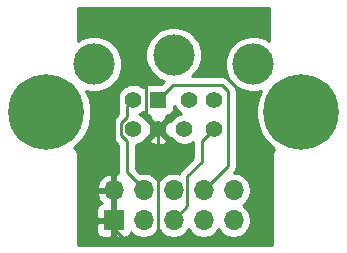
<source format=gbl>
%TF.GenerationSoftware,KiCad,Pcbnew,5.1.10-88a1d61d58~89~ubuntu20.04.1*%
%TF.CreationDate,2021-10-06T22:55:05-05:00*%
%TF.ProjectId,portboard_ribbon,706f7274-626f-4617-9264-5f726962626f,rev?*%
%TF.SameCoordinates,Original*%
%TF.FileFunction,Copper,L2,Bot*%
%TF.FilePolarity,Positive*%
%FSLAX46Y46*%
G04 Gerber Fmt 4.6, Leading zero omitted, Abs format (unit mm)*
G04 Created by KiCad (PCBNEW 5.1.10-88a1d61d58~89~ubuntu20.04.1) date 2021-10-06 22:55:05*
%MOMM*%
%LPD*%
G01*
G04 APERTURE LIST*
%TA.AperFunction,ComponentPad*%
%ADD10C,1.422400*%
%TD*%
%TA.AperFunction,ComponentPad*%
%ADD11R,1.422400X1.422400*%
%TD*%
%TA.AperFunction,ComponentPad*%
%ADD12C,3.500000*%
%TD*%
%TA.AperFunction,ComponentPad*%
%ADD13O,1.700000X1.700000*%
%TD*%
%TA.AperFunction,ComponentPad*%
%ADD14R,1.700000X1.700000*%
%TD*%
%TA.AperFunction,ComponentPad*%
%ADD15C,6.400000*%
%TD*%
%TA.AperFunction,Conductor*%
%ADD16C,0.250000*%
%TD*%
%TA.AperFunction,Conductor*%
%ADD17C,0.254000*%
%TD*%
%TA.AperFunction,Conductor*%
%ADD18C,0.150000*%
%TD*%
G04 APERTURE END LIST*
D10*
%TO.P,J2,7*%
%TO.N,/GPi*%
X67829000Y-41053000D03*
%TO.P,J2,4*%
%TO.N,GND*%
X65629000Y-41053000D03*
%TO.P,J2,6*%
%TO.N,/TXD+*%
X63529000Y-41053000D03*
%TO.P,J2,8*%
%TO.N,/RXD+*%
X70329000Y-41053000D03*
%TO.P,J2,5*%
%TO.N,/RXD-*%
X70329000Y-38553000D03*
%TO.P,J2,3*%
%TO.N,/TXD-*%
X63529000Y-38553000D03*
D11*
%TO.P,J2,1*%
%TO.N,/HSKo*%
X65629000Y-38553000D03*
D10*
%TO.P,J2,2*%
%TO.N,/HSKi*%
X68229000Y-38553000D03*
D12*
%TO.P,J2,SH2*%
%TO.N,N/C*%
X66929000Y-34753000D03*
%TO.P,J2,SH3*%
X60179000Y-35553000D03*
%TO.P,J2,SH1*%
X73679000Y-35553000D03*
%TD*%
D13*
%TO.P,J1,10*%
%TO.N,+5V*%
X72009000Y-46228000D03*
%TO.P,J1,9*%
%TO.N,/GPi*%
X72009000Y-48768000D03*
%TO.P,J1,8*%
%TO.N,/HSKo*%
X69469000Y-46228000D03*
%TO.P,J1,7*%
%TO.N,/HSKi*%
X69469000Y-48768000D03*
%TO.P,J1,6*%
%TO.N,/RXD-*%
X66929000Y-46228000D03*
%TO.P,J1,5*%
%TO.N,/RXD+*%
X66929000Y-48768000D03*
%TO.P,J1,4*%
%TO.N,/TXD-*%
X64389000Y-46228000D03*
%TO.P,J1,3*%
%TO.N,/TXD+*%
X64389000Y-48768000D03*
%TO.P,J1,2*%
%TO.N,GND*%
X61849000Y-46228000D03*
D14*
%TO.P,J1,1*%
X61849000Y-48768000D03*
%TD*%
D15*
%TO.P,H2,1*%
%TO.N,N/C*%
X77724000Y-39624000D03*
%TD*%
%TO.P,H1,1*%
%TO.N,N/C*%
X56134000Y-39624000D03*
%TD*%
D16*
%TO.N,/HSKo*%
X66844000Y-37338000D02*
X65629000Y-38553000D01*
X70993000Y-37338000D02*
X66844000Y-37338000D01*
X71501000Y-37846000D02*
X70993000Y-37338000D01*
X71501000Y-44196000D02*
X71501000Y-37846000D01*
X69469000Y-46228000D02*
X71501000Y-44196000D01*
%TO.N,/RXD+*%
X69342000Y-42040000D02*
X70329000Y-41053000D01*
X68104001Y-45052999D02*
X69342000Y-43815000D01*
X69342000Y-43815000D02*
X69342000Y-42040000D01*
X68104001Y-47592999D02*
X68104001Y-45052999D01*
X66929000Y-48768000D02*
X68104001Y-47592999D01*
%TO.N,/TXD-*%
X62992000Y-39090000D02*
X63529000Y-38553000D01*
X62492799Y-40555623D02*
X62992000Y-40056422D01*
X62492799Y-41550377D02*
X62492799Y-40555623D01*
X62992000Y-44704000D02*
X62992000Y-42049578D01*
X62992000Y-42049578D02*
X62492799Y-41550377D01*
X64389000Y-46101000D02*
X62992000Y-44704000D01*
X62992000Y-40056422D02*
X62992000Y-39090000D01*
X64389000Y-46228000D02*
X64389000Y-46101000D01*
%TO.N,GND*%
X61849000Y-46228000D02*
X61849000Y-48768000D01*
X65151000Y-50292000D02*
X65629000Y-49814000D01*
X65629000Y-49814000D02*
X65629000Y-41053000D01*
X62611000Y-50292000D02*
X65151000Y-50292000D01*
X61849000Y-49530000D02*
X62611000Y-50292000D01*
X61849000Y-48768000D02*
X61849000Y-49530000D01*
X64565201Y-37288799D02*
X64487402Y-37211000D01*
X64565201Y-39890799D02*
X64565201Y-37288799D01*
X61849000Y-38100000D02*
X61849000Y-46228000D01*
X62738000Y-37211000D02*
X61849000Y-38100000D01*
X64487402Y-37211000D02*
X62738000Y-37211000D01*
X64516000Y-39940000D02*
X64565201Y-39890799D01*
X65629000Y-41053000D02*
X64516000Y-39940000D01*
%TD*%
D17*
%TO.N,GND*%
X75032001Y-33588631D02*
X74808721Y-33439440D01*
X74374679Y-33259654D01*
X73913902Y-33168000D01*
X73444098Y-33168000D01*
X72983321Y-33259654D01*
X72549279Y-33439440D01*
X72158651Y-33700450D01*
X71826450Y-34032651D01*
X71565440Y-34423279D01*
X71385654Y-34857321D01*
X71294000Y-35318098D01*
X71294000Y-35787902D01*
X71385654Y-36248679D01*
X71565440Y-36682721D01*
X71826450Y-37073349D01*
X72158651Y-37405550D01*
X72549279Y-37666560D01*
X72983321Y-37846346D01*
X73444098Y-37938000D01*
X73913902Y-37938000D01*
X74303489Y-37860507D01*
X74036377Y-38505372D01*
X73889000Y-39246285D01*
X73889000Y-40001715D01*
X74036377Y-40742628D01*
X74325467Y-41440554D01*
X74745161Y-42068670D01*
X75279330Y-42602839D01*
X75464384Y-42726488D01*
X75394575Y-42811550D01*
X75333290Y-42926207D01*
X75295550Y-43050617D01*
X75282807Y-43180000D01*
X75286000Y-43212418D01*
X75286001Y-50902000D01*
X58826000Y-50902000D01*
X58826000Y-49618000D01*
X60360928Y-49618000D01*
X60373188Y-49742482D01*
X60409498Y-49862180D01*
X60468463Y-49972494D01*
X60547815Y-50069185D01*
X60644506Y-50148537D01*
X60754820Y-50207502D01*
X60874518Y-50243812D01*
X60999000Y-50256072D01*
X61563250Y-50253000D01*
X61722000Y-50094250D01*
X61722000Y-48895000D01*
X60522750Y-48895000D01*
X60364000Y-49053750D01*
X60360928Y-49618000D01*
X58826000Y-49618000D01*
X58826000Y-47918000D01*
X60360928Y-47918000D01*
X60364000Y-48482250D01*
X60522750Y-48641000D01*
X61722000Y-48641000D01*
X61722000Y-46355000D01*
X60528186Y-46355000D01*
X60407519Y-46584891D01*
X60504843Y-46859252D01*
X60653822Y-47109355D01*
X60830626Y-47305502D01*
X60754820Y-47328498D01*
X60644506Y-47387463D01*
X60547815Y-47466815D01*
X60468463Y-47563506D01*
X60409498Y-47673820D01*
X60373188Y-47793518D01*
X60360928Y-47918000D01*
X58826000Y-47918000D01*
X58826000Y-45871109D01*
X60407519Y-45871109D01*
X60528186Y-46101000D01*
X61722000Y-46101000D01*
X61722000Y-44907845D01*
X61492110Y-44786524D01*
X61344901Y-44831175D01*
X61082080Y-44956359D01*
X60848731Y-45130412D01*
X60653822Y-45346645D01*
X60504843Y-45596748D01*
X60407519Y-45871109D01*
X58826000Y-45871109D01*
X58826000Y-43212418D01*
X58829193Y-43180000D01*
X58816450Y-43050617D01*
X58778710Y-42926207D01*
X58717425Y-42811550D01*
X58634948Y-42711052D01*
X58537010Y-42630676D01*
X58578670Y-42602839D01*
X59112839Y-42068670D01*
X59532533Y-41440554D01*
X59821623Y-40742628D01*
X59858820Y-40555623D01*
X61729123Y-40555623D01*
X61732800Y-40592955D01*
X61732799Y-41513054D01*
X61729123Y-41550377D01*
X61732799Y-41587699D01*
X61732799Y-41587709D01*
X61743796Y-41699362D01*
X61775133Y-41802668D01*
X61787253Y-41842623D01*
X61857825Y-41974653D01*
X61864079Y-41982273D01*
X61952798Y-42090378D01*
X61981802Y-42114181D01*
X62232001Y-42364380D01*
X62232000Y-44666677D01*
X62228324Y-44704000D01*
X62232000Y-44741322D01*
X62232000Y-44741332D01*
X62237392Y-44796079D01*
X62205890Y-44786524D01*
X61976000Y-44907845D01*
X61976000Y-46101000D01*
X61996000Y-46101000D01*
X61996000Y-46355000D01*
X61976000Y-46355000D01*
X61976000Y-48641000D01*
X61996000Y-48641000D01*
X61996000Y-48895000D01*
X61976000Y-48895000D01*
X61976000Y-50094250D01*
X62134750Y-50253000D01*
X62699000Y-50256072D01*
X62823482Y-50243812D01*
X62943180Y-50207502D01*
X63053494Y-50148537D01*
X63150185Y-50069185D01*
X63229537Y-49972494D01*
X63288502Y-49862180D01*
X63310513Y-49789620D01*
X63442368Y-49921475D01*
X63685589Y-50083990D01*
X63955842Y-50195932D01*
X64242740Y-50253000D01*
X64535260Y-50253000D01*
X64822158Y-50195932D01*
X65092411Y-50083990D01*
X65335632Y-49921475D01*
X65542475Y-49714632D01*
X65659000Y-49540240D01*
X65775525Y-49714632D01*
X65982368Y-49921475D01*
X66225589Y-50083990D01*
X66495842Y-50195932D01*
X66782740Y-50253000D01*
X67075260Y-50253000D01*
X67362158Y-50195932D01*
X67632411Y-50083990D01*
X67875632Y-49921475D01*
X68082475Y-49714632D01*
X68199000Y-49540240D01*
X68315525Y-49714632D01*
X68522368Y-49921475D01*
X68765589Y-50083990D01*
X69035842Y-50195932D01*
X69322740Y-50253000D01*
X69615260Y-50253000D01*
X69902158Y-50195932D01*
X70172411Y-50083990D01*
X70415632Y-49921475D01*
X70622475Y-49714632D01*
X70739000Y-49540240D01*
X70855525Y-49714632D01*
X71062368Y-49921475D01*
X71305589Y-50083990D01*
X71575842Y-50195932D01*
X71862740Y-50253000D01*
X72155260Y-50253000D01*
X72442158Y-50195932D01*
X72712411Y-50083990D01*
X72955632Y-49921475D01*
X73162475Y-49714632D01*
X73324990Y-49471411D01*
X73436932Y-49201158D01*
X73494000Y-48914260D01*
X73494000Y-48621740D01*
X73436932Y-48334842D01*
X73324990Y-48064589D01*
X73162475Y-47821368D01*
X72955632Y-47614525D01*
X72781240Y-47498000D01*
X72955632Y-47381475D01*
X73162475Y-47174632D01*
X73324990Y-46931411D01*
X73436932Y-46661158D01*
X73494000Y-46374260D01*
X73494000Y-46081740D01*
X73436932Y-45794842D01*
X73324990Y-45524589D01*
X73162475Y-45281368D01*
X72955632Y-45074525D01*
X72712411Y-44912010D01*
X72442158Y-44800068D01*
X72155260Y-44743000D01*
X72032473Y-44743000D01*
X72041001Y-44736001D01*
X72129042Y-44628723D01*
X72135974Y-44620277D01*
X72206546Y-44488247D01*
X72229749Y-44411754D01*
X72250003Y-44344986D01*
X72261000Y-44233333D01*
X72261000Y-44233323D01*
X72264676Y-44196000D01*
X72261000Y-44158677D01*
X72261000Y-37883322D01*
X72264676Y-37845999D01*
X72261000Y-37808676D01*
X72261000Y-37808667D01*
X72250003Y-37697014D01*
X72206546Y-37553753D01*
X72135974Y-37421724D01*
X72041001Y-37305999D01*
X72012002Y-37282200D01*
X71556803Y-36827002D01*
X71533001Y-36797999D01*
X71417276Y-36703026D01*
X71285247Y-36632454D01*
X71141986Y-36588997D01*
X71030333Y-36578000D01*
X71030322Y-36578000D01*
X70993000Y-36574324D01*
X70955678Y-36578000D01*
X68476899Y-36578000D01*
X68781550Y-36273349D01*
X69042560Y-35882721D01*
X69222346Y-35448679D01*
X69314000Y-34987902D01*
X69314000Y-34518098D01*
X69222346Y-34057321D01*
X69042560Y-33623279D01*
X68781550Y-33232651D01*
X68449349Y-32900450D01*
X68058721Y-32639440D01*
X67624679Y-32459654D01*
X67163902Y-32368000D01*
X66694098Y-32368000D01*
X66233321Y-32459654D01*
X65799279Y-32639440D01*
X65408651Y-32900450D01*
X65076450Y-33232651D01*
X64815440Y-33623279D01*
X64635654Y-34057321D01*
X64544000Y-34518098D01*
X64544000Y-34987902D01*
X64635654Y-35448679D01*
X64815440Y-35882721D01*
X65076450Y-36273349D01*
X65408651Y-36605550D01*
X65799279Y-36866560D01*
X66111367Y-36995831D01*
X65903470Y-37203728D01*
X64917800Y-37203728D01*
X64793318Y-37215988D01*
X64673620Y-37252298D01*
X64563306Y-37311263D01*
X64466615Y-37390615D01*
X64387263Y-37487306D01*
X64379344Y-37502120D01*
X64166665Y-37360013D01*
X63921672Y-37258533D01*
X63661589Y-37206800D01*
X63396411Y-37206800D01*
X63136328Y-37258533D01*
X62891335Y-37360013D01*
X62670847Y-37507338D01*
X62483338Y-37694847D01*
X62336013Y-37915335D01*
X62234533Y-38160328D01*
X62182800Y-38420411D01*
X62182800Y-38685589D01*
X62234533Y-38945672D01*
X62241001Y-38961288D01*
X62232001Y-39052667D01*
X62228324Y-39090000D01*
X62232001Y-39127332D01*
X62232000Y-39741621D01*
X61981797Y-39991824D01*
X61952799Y-40015622D01*
X61929001Y-40044620D01*
X61929000Y-40044621D01*
X61857825Y-40131347D01*
X61787253Y-40263377D01*
X61743797Y-40406638D01*
X61729123Y-40555623D01*
X59858820Y-40555623D01*
X59969000Y-40001715D01*
X59969000Y-39246285D01*
X59821623Y-38505372D01*
X59554511Y-37860507D01*
X59944098Y-37938000D01*
X60413902Y-37938000D01*
X60874679Y-37846346D01*
X61308721Y-37666560D01*
X61699349Y-37405550D01*
X62031550Y-37073349D01*
X62292560Y-36682721D01*
X62472346Y-36248679D01*
X62564000Y-35787902D01*
X62564000Y-35318098D01*
X62472346Y-34857321D01*
X62292560Y-34423279D01*
X62031550Y-34032651D01*
X61699349Y-33700450D01*
X61308721Y-33439440D01*
X60874679Y-33259654D01*
X60413902Y-33168000D01*
X59944098Y-33168000D01*
X59483321Y-33259654D01*
X59049279Y-33439440D01*
X58826000Y-33588631D01*
X58826000Y-30759000D01*
X75032000Y-30759000D01*
X75032001Y-33588631D01*
%TA.AperFunction,Conductor*%
D18*
G36*
X75032001Y-33588631D02*
G01*
X74808721Y-33439440D01*
X74374679Y-33259654D01*
X73913902Y-33168000D01*
X73444098Y-33168000D01*
X72983321Y-33259654D01*
X72549279Y-33439440D01*
X72158651Y-33700450D01*
X71826450Y-34032651D01*
X71565440Y-34423279D01*
X71385654Y-34857321D01*
X71294000Y-35318098D01*
X71294000Y-35787902D01*
X71385654Y-36248679D01*
X71565440Y-36682721D01*
X71826450Y-37073349D01*
X72158651Y-37405550D01*
X72549279Y-37666560D01*
X72983321Y-37846346D01*
X73444098Y-37938000D01*
X73913902Y-37938000D01*
X74303489Y-37860507D01*
X74036377Y-38505372D01*
X73889000Y-39246285D01*
X73889000Y-40001715D01*
X74036377Y-40742628D01*
X74325467Y-41440554D01*
X74745161Y-42068670D01*
X75279330Y-42602839D01*
X75464384Y-42726488D01*
X75394575Y-42811550D01*
X75333290Y-42926207D01*
X75295550Y-43050617D01*
X75282807Y-43180000D01*
X75286000Y-43212418D01*
X75286001Y-50902000D01*
X58826000Y-50902000D01*
X58826000Y-49618000D01*
X60360928Y-49618000D01*
X60373188Y-49742482D01*
X60409498Y-49862180D01*
X60468463Y-49972494D01*
X60547815Y-50069185D01*
X60644506Y-50148537D01*
X60754820Y-50207502D01*
X60874518Y-50243812D01*
X60999000Y-50256072D01*
X61563250Y-50253000D01*
X61722000Y-50094250D01*
X61722000Y-48895000D01*
X60522750Y-48895000D01*
X60364000Y-49053750D01*
X60360928Y-49618000D01*
X58826000Y-49618000D01*
X58826000Y-47918000D01*
X60360928Y-47918000D01*
X60364000Y-48482250D01*
X60522750Y-48641000D01*
X61722000Y-48641000D01*
X61722000Y-46355000D01*
X60528186Y-46355000D01*
X60407519Y-46584891D01*
X60504843Y-46859252D01*
X60653822Y-47109355D01*
X60830626Y-47305502D01*
X60754820Y-47328498D01*
X60644506Y-47387463D01*
X60547815Y-47466815D01*
X60468463Y-47563506D01*
X60409498Y-47673820D01*
X60373188Y-47793518D01*
X60360928Y-47918000D01*
X58826000Y-47918000D01*
X58826000Y-45871109D01*
X60407519Y-45871109D01*
X60528186Y-46101000D01*
X61722000Y-46101000D01*
X61722000Y-44907845D01*
X61492110Y-44786524D01*
X61344901Y-44831175D01*
X61082080Y-44956359D01*
X60848731Y-45130412D01*
X60653822Y-45346645D01*
X60504843Y-45596748D01*
X60407519Y-45871109D01*
X58826000Y-45871109D01*
X58826000Y-43212418D01*
X58829193Y-43180000D01*
X58816450Y-43050617D01*
X58778710Y-42926207D01*
X58717425Y-42811550D01*
X58634948Y-42711052D01*
X58537010Y-42630676D01*
X58578670Y-42602839D01*
X59112839Y-42068670D01*
X59532533Y-41440554D01*
X59821623Y-40742628D01*
X59858820Y-40555623D01*
X61729123Y-40555623D01*
X61732800Y-40592955D01*
X61732799Y-41513054D01*
X61729123Y-41550377D01*
X61732799Y-41587699D01*
X61732799Y-41587709D01*
X61743796Y-41699362D01*
X61775133Y-41802668D01*
X61787253Y-41842623D01*
X61857825Y-41974653D01*
X61864079Y-41982273D01*
X61952798Y-42090378D01*
X61981802Y-42114181D01*
X62232001Y-42364380D01*
X62232000Y-44666677D01*
X62228324Y-44704000D01*
X62232000Y-44741322D01*
X62232000Y-44741332D01*
X62237392Y-44796079D01*
X62205890Y-44786524D01*
X61976000Y-44907845D01*
X61976000Y-46101000D01*
X61996000Y-46101000D01*
X61996000Y-46355000D01*
X61976000Y-46355000D01*
X61976000Y-48641000D01*
X61996000Y-48641000D01*
X61996000Y-48895000D01*
X61976000Y-48895000D01*
X61976000Y-50094250D01*
X62134750Y-50253000D01*
X62699000Y-50256072D01*
X62823482Y-50243812D01*
X62943180Y-50207502D01*
X63053494Y-50148537D01*
X63150185Y-50069185D01*
X63229537Y-49972494D01*
X63288502Y-49862180D01*
X63310513Y-49789620D01*
X63442368Y-49921475D01*
X63685589Y-50083990D01*
X63955842Y-50195932D01*
X64242740Y-50253000D01*
X64535260Y-50253000D01*
X64822158Y-50195932D01*
X65092411Y-50083990D01*
X65335632Y-49921475D01*
X65542475Y-49714632D01*
X65659000Y-49540240D01*
X65775525Y-49714632D01*
X65982368Y-49921475D01*
X66225589Y-50083990D01*
X66495842Y-50195932D01*
X66782740Y-50253000D01*
X67075260Y-50253000D01*
X67362158Y-50195932D01*
X67632411Y-50083990D01*
X67875632Y-49921475D01*
X68082475Y-49714632D01*
X68199000Y-49540240D01*
X68315525Y-49714632D01*
X68522368Y-49921475D01*
X68765589Y-50083990D01*
X69035842Y-50195932D01*
X69322740Y-50253000D01*
X69615260Y-50253000D01*
X69902158Y-50195932D01*
X70172411Y-50083990D01*
X70415632Y-49921475D01*
X70622475Y-49714632D01*
X70739000Y-49540240D01*
X70855525Y-49714632D01*
X71062368Y-49921475D01*
X71305589Y-50083990D01*
X71575842Y-50195932D01*
X71862740Y-50253000D01*
X72155260Y-50253000D01*
X72442158Y-50195932D01*
X72712411Y-50083990D01*
X72955632Y-49921475D01*
X73162475Y-49714632D01*
X73324990Y-49471411D01*
X73436932Y-49201158D01*
X73494000Y-48914260D01*
X73494000Y-48621740D01*
X73436932Y-48334842D01*
X73324990Y-48064589D01*
X73162475Y-47821368D01*
X72955632Y-47614525D01*
X72781240Y-47498000D01*
X72955632Y-47381475D01*
X73162475Y-47174632D01*
X73324990Y-46931411D01*
X73436932Y-46661158D01*
X73494000Y-46374260D01*
X73494000Y-46081740D01*
X73436932Y-45794842D01*
X73324990Y-45524589D01*
X73162475Y-45281368D01*
X72955632Y-45074525D01*
X72712411Y-44912010D01*
X72442158Y-44800068D01*
X72155260Y-44743000D01*
X72032473Y-44743000D01*
X72041001Y-44736001D01*
X72129042Y-44628723D01*
X72135974Y-44620277D01*
X72206546Y-44488247D01*
X72229749Y-44411754D01*
X72250003Y-44344986D01*
X72261000Y-44233333D01*
X72261000Y-44233323D01*
X72264676Y-44196000D01*
X72261000Y-44158677D01*
X72261000Y-37883322D01*
X72264676Y-37845999D01*
X72261000Y-37808676D01*
X72261000Y-37808667D01*
X72250003Y-37697014D01*
X72206546Y-37553753D01*
X72135974Y-37421724D01*
X72041001Y-37305999D01*
X72012002Y-37282200D01*
X71556803Y-36827002D01*
X71533001Y-36797999D01*
X71417276Y-36703026D01*
X71285247Y-36632454D01*
X71141986Y-36588997D01*
X71030333Y-36578000D01*
X71030322Y-36578000D01*
X70993000Y-36574324D01*
X70955678Y-36578000D01*
X68476899Y-36578000D01*
X68781550Y-36273349D01*
X69042560Y-35882721D01*
X69222346Y-35448679D01*
X69314000Y-34987902D01*
X69314000Y-34518098D01*
X69222346Y-34057321D01*
X69042560Y-33623279D01*
X68781550Y-33232651D01*
X68449349Y-32900450D01*
X68058721Y-32639440D01*
X67624679Y-32459654D01*
X67163902Y-32368000D01*
X66694098Y-32368000D01*
X66233321Y-32459654D01*
X65799279Y-32639440D01*
X65408651Y-32900450D01*
X65076450Y-33232651D01*
X64815440Y-33623279D01*
X64635654Y-34057321D01*
X64544000Y-34518098D01*
X64544000Y-34987902D01*
X64635654Y-35448679D01*
X64815440Y-35882721D01*
X65076450Y-36273349D01*
X65408651Y-36605550D01*
X65799279Y-36866560D01*
X66111367Y-36995831D01*
X65903470Y-37203728D01*
X64917800Y-37203728D01*
X64793318Y-37215988D01*
X64673620Y-37252298D01*
X64563306Y-37311263D01*
X64466615Y-37390615D01*
X64387263Y-37487306D01*
X64379344Y-37502120D01*
X64166665Y-37360013D01*
X63921672Y-37258533D01*
X63661589Y-37206800D01*
X63396411Y-37206800D01*
X63136328Y-37258533D01*
X62891335Y-37360013D01*
X62670847Y-37507338D01*
X62483338Y-37694847D01*
X62336013Y-37915335D01*
X62234533Y-38160328D01*
X62182800Y-38420411D01*
X62182800Y-38685589D01*
X62234533Y-38945672D01*
X62241001Y-38961288D01*
X62232001Y-39052667D01*
X62228324Y-39090000D01*
X62232001Y-39127332D01*
X62232000Y-39741621D01*
X61981797Y-39991824D01*
X61952799Y-40015622D01*
X61929001Y-40044620D01*
X61929000Y-40044621D01*
X61857825Y-40131347D01*
X61787253Y-40263377D01*
X61743797Y-40406638D01*
X61729123Y-40555623D01*
X59858820Y-40555623D01*
X59969000Y-40001715D01*
X59969000Y-39246285D01*
X59821623Y-38505372D01*
X59554511Y-37860507D01*
X59944098Y-37938000D01*
X60413902Y-37938000D01*
X60874679Y-37846346D01*
X61308721Y-37666560D01*
X61699349Y-37405550D01*
X62031550Y-37073349D01*
X62292560Y-36682721D01*
X62472346Y-36248679D01*
X62564000Y-35787902D01*
X62564000Y-35318098D01*
X62472346Y-34857321D01*
X62292560Y-34423279D01*
X62031550Y-34032651D01*
X61699349Y-33700450D01*
X61308721Y-33439440D01*
X60874679Y-33259654D01*
X60413902Y-33168000D01*
X59944098Y-33168000D01*
X59483321Y-33259654D01*
X59049279Y-33439440D01*
X58826000Y-33588631D01*
X58826000Y-30759000D01*
X75032000Y-30759000D01*
X75032001Y-33588631D01*
G37*
%TD.AperFunction*%
D17*
X67036013Y-39190665D02*
X67183338Y-39411153D01*
X67370847Y-39598662D01*
X67570246Y-39731896D01*
X67436328Y-39758533D01*
X67191335Y-39860013D01*
X66970847Y-40007338D01*
X66783338Y-40194847D01*
X66688348Y-40337009D01*
X66558273Y-40303332D01*
X65808605Y-41053000D01*
X66558273Y-41802668D01*
X66688348Y-41768991D01*
X66783338Y-41911153D01*
X66970847Y-42098662D01*
X67191335Y-42245987D01*
X67436328Y-42347467D01*
X67696411Y-42399200D01*
X67961589Y-42399200D01*
X68221672Y-42347467D01*
X68466665Y-42245987D01*
X68582001Y-42168922D01*
X68582000Y-43500198D01*
X67592999Y-44489200D01*
X67564001Y-44512998D01*
X67540203Y-44541996D01*
X67540202Y-44541997D01*
X67469027Y-44628723D01*
X67398455Y-44760753D01*
X67383809Y-44809036D01*
X67362158Y-44800068D01*
X67075260Y-44743000D01*
X66782740Y-44743000D01*
X66495842Y-44800068D01*
X66225589Y-44912010D01*
X65982368Y-45074525D01*
X65775525Y-45281368D01*
X65659000Y-45455760D01*
X65542475Y-45281368D01*
X65335632Y-45074525D01*
X65092411Y-44912010D01*
X64822158Y-44800068D01*
X64535260Y-44743000D01*
X64242740Y-44743000D01*
X64128521Y-44765720D01*
X63752000Y-44389199D01*
X63752000Y-42381216D01*
X63921672Y-42347467D01*
X64166665Y-42245987D01*
X64387153Y-42098662D01*
X64503542Y-41982273D01*
X64879332Y-41982273D01*
X64940152Y-42217183D01*
X65180509Y-42329202D01*
X65438102Y-42392176D01*
X65703030Y-42403687D01*
X65965113Y-42363291D01*
X66214280Y-42272542D01*
X66317848Y-42217183D01*
X66378668Y-41982273D01*
X65629000Y-41232605D01*
X64879332Y-41982273D01*
X64503542Y-41982273D01*
X64574662Y-41911153D01*
X64654903Y-41791063D01*
X64699727Y-41802668D01*
X65449395Y-41053000D01*
X64699727Y-40303332D01*
X64654903Y-40314937D01*
X64574662Y-40194847D01*
X64387153Y-40007338D01*
X64166665Y-39860013D01*
X64029024Y-39803000D01*
X64166665Y-39745987D01*
X64379344Y-39603880D01*
X64387263Y-39618694D01*
X64466615Y-39715385D01*
X64563306Y-39794737D01*
X64673620Y-39853702D01*
X64793318Y-39890012D01*
X64917800Y-39902272D01*
X64936668Y-39902272D01*
X64879332Y-40123727D01*
X65629000Y-40873395D01*
X66378668Y-40123727D01*
X66321332Y-39902272D01*
X66340200Y-39902272D01*
X66464682Y-39890012D01*
X66584380Y-39853702D01*
X66694694Y-39794737D01*
X66791385Y-39715385D01*
X66870737Y-39618694D01*
X66929702Y-39508380D01*
X66966012Y-39388682D01*
X66978272Y-39264200D01*
X66978272Y-39051267D01*
X67036013Y-39190665D01*
%TA.AperFunction,Conductor*%
D18*
G36*
X67036013Y-39190665D02*
G01*
X67183338Y-39411153D01*
X67370847Y-39598662D01*
X67570246Y-39731896D01*
X67436328Y-39758533D01*
X67191335Y-39860013D01*
X66970847Y-40007338D01*
X66783338Y-40194847D01*
X66688348Y-40337009D01*
X66558273Y-40303332D01*
X65808605Y-41053000D01*
X66558273Y-41802668D01*
X66688348Y-41768991D01*
X66783338Y-41911153D01*
X66970847Y-42098662D01*
X67191335Y-42245987D01*
X67436328Y-42347467D01*
X67696411Y-42399200D01*
X67961589Y-42399200D01*
X68221672Y-42347467D01*
X68466665Y-42245987D01*
X68582001Y-42168922D01*
X68582000Y-43500198D01*
X67592999Y-44489200D01*
X67564001Y-44512998D01*
X67540203Y-44541996D01*
X67540202Y-44541997D01*
X67469027Y-44628723D01*
X67398455Y-44760753D01*
X67383809Y-44809036D01*
X67362158Y-44800068D01*
X67075260Y-44743000D01*
X66782740Y-44743000D01*
X66495842Y-44800068D01*
X66225589Y-44912010D01*
X65982368Y-45074525D01*
X65775525Y-45281368D01*
X65659000Y-45455760D01*
X65542475Y-45281368D01*
X65335632Y-45074525D01*
X65092411Y-44912010D01*
X64822158Y-44800068D01*
X64535260Y-44743000D01*
X64242740Y-44743000D01*
X64128521Y-44765720D01*
X63752000Y-44389199D01*
X63752000Y-42381216D01*
X63921672Y-42347467D01*
X64166665Y-42245987D01*
X64387153Y-42098662D01*
X64503542Y-41982273D01*
X64879332Y-41982273D01*
X64940152Y-42217183D01*
X65180509Y-42329202D01*
X65438102Y-42392176D01*
X65703030Y-42403687D01*
X65965113Y-42363291D01*
X66214280Y-42272542D01*
X66317848Y-42217183D01*
X66378668Y-41982273D01*
X65629000Y-41232605D01*
X64879332Y-41982273D01*
X64503542Y-41982273D01*
X64574662Y-41911153D01*
X64654903Y-41791063D01*
X64699727Y-41802668D01*
X65449395Y-41053000D01*
X64699727Y-40303332D01*
X64654903Y-40314937D01*
X64574662Y-40194847D01*
X64387153Y-40007338D01*
X64166665Y-39860013D01*
X64029024Y-39803000D01*
X64166665Y-39745987D01*
X64379344Y-39603880D01*
X64387263Y-39618694D01*
X64466615Y-39715385D01*
X64563306Y-39794737D01*
X64673620Y-39853702D01*
X64793318Y-39890012D01*
X64917800Y-39902272D01*
X64936668Y-39902272D01*
X64879332Y-40123727D01*
X65629000Y-40873395D01*
X66378668Y-40123727D01*
X66321332Y-39902272D01*
X66340200Y-39902272D01*
X66464682Y-39890012D01*
X66584380Y-39853702D01*
X66694694Y-39794737D01*
X66791385Y-39715385D01*
X66870737Y-39618694D01*
X66929702Y-39508380D01*
X66966012Y-39388682D01*
X66978272Y-39264200D01*
X66978272Y-39051267D01*
X67036013Y-39190665D01*
G37*
%TD.AperFunction*%
%TD*%
M02*

</source>
